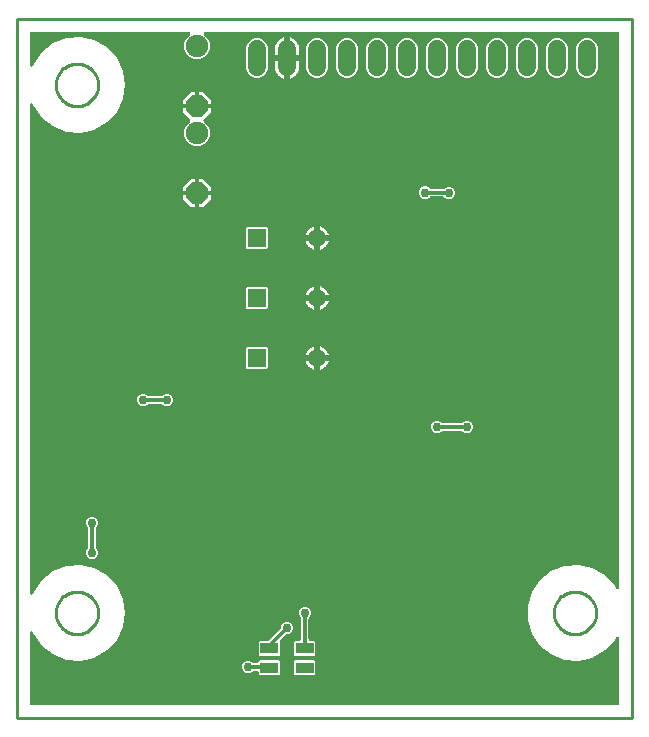
<source format=gbr>
G04 EAGLE Gerber RS-274X export*
G75*
%MOMM*%
%FSLAX34Y34*%
%LPD*%
%INBottom Copper*%
%IPPOS*%
%AMOC8*
5,1,8,0,0,1.08239X$1,22.5*%
G01*
%ADD10R,1.508000X1.508000*%
%ADD11C,1.508000*%
%ADD12R,1.500000X0.950000*%
%ADD13C,1.524000*%
%ADD14C,1.905000*%
%ADD15P,2.061953X8X292.500000*%
%ADD16C,0.756400*%
%ADD17C,0.330200*%
%ADD18C,0.254000*%

G36*
X533680Y10926D02*
X533680Y10926D01*
X533706Y10924D01*
X533853Y10946D01*
X534000Y10963D01*
X534025Y10971D01*
X534051Y10975D01*
X534189Y11030D01*
X534328Y11080D01*
X534350Y11094D01*
X534375Y11104D01*
X534496Y11189D01*
X534621Y11269D01*
X534639Y11288D01*
X534661Y11303D01*
X534760Y11413D01*
X534863Y11520D01*
X534877Y11542D01*
X534894Y11562D01*
X534966Y11692D01*
X535042Y11819D01*
X535050Y11844D01*
X535063Y11867D01*
X535103Y12010D01*
X535148Y12151D01*
X535150Y12177D01*
X535158Y12202D01*
X535177Y12446D01*
X535177Y67176D01*
X535176Y67183D01*
X535177Y67191D01*
X535156Y67357D01*
X535137Y67522D01*
X535135Y67529D01*
X535134Y67537D01*
X535076Y67693D01*
X535020Y67850D01*
X535016Y67857D01*
X535013Y67864D01*
X534922Y68002D01*
X534831Y68143D01*
X534825Y68148D01*
X534821Y68155D01*
X534701Y68269D01*
X534580Y68385D01*
X534574Y68389D01*
X534568Y68394D01*
X534424Y68478D01*
X534281Y68564D01*
X534274Y68566D01*
X534267Y68570D01*
X534108Y68619D01*
X533949Y68670D01*
X533942Y68671D01*
X533935Y68673D01*
X533767Y68685D01*
X533602Y68698D01*
X533594Y68697D01*
X533587Y68698D01*
X533421Y68671D01*
X533257Y68647D01*
X533250Y68644D01*
X533243Y68643D01*
X533089Y68580D01*
X532933Y68518D01*
X532927Y68514D01*
X532920Y68511D01*
X532784Y68414D01*
X532647Y68319D01*
X532642Y68313D01*
X532636Y68309D01*
X532525Y68184D01*
X532414Y68060D01*
X532410Y68054D01*
X532405Y68048D01*
X532282Y67837D01*
X531405Y66016D01*
X523168Y57139D01*
X512681Y51085D01*
X500876Y48390D01*
X488800Y49295D01*
X477528Y53719D01*
X468061Y61269D01*
X461239Y71274D01*
X457670Y82845D01*
X457670Y94955D01*
X461239Y106526D01*
X468061Y116531D01*
X477528Y124081D01*
X488800Y128505D01*
X500876Y129410D01*
X512681Y126715D01*
X523168Y120661D01*
X531405Y111784D01*
X532282Y109963D01*
X532286Y109957D01*
X532288Y109950D01*
X532379Y109808D01*
X532468Y109669D01*
X532473Y109663D01*
X532477Y109657D01*
X532598Y109540D01*
X532716Y109424D01*
X532722Y109420D01*
X532728Y109415D01*
X532871Y109329D01*
X533013Y109242D01*
X533021Y109240D01*
X533027Y109236D01*
X533185Y109185D01*
X533344Y109133D01*
X533352Y109132D01*
X533359Y109130D01*
X533525Y109116D01*
X533691Y109101D01*
X533699Y109102D01*
X533706Y109102D01*
X533871Y109126D01*
X534036Y109150D01*
X534043Y109152D01*
X534051Y109153D01*
X534206Y109215D01*
X534362Y109275D01*
X534368Y109279D01*
X534375Y109282D01*
X534512Y109377D01*
X534650Y109471D01*
X534655Y109477D01*
X534661Y109481D01*
X534773Y109605D01*
X534886Y109728D01*
X534889Y109734D01*
X534894Y109740D01*
X534976Y109887D01*
X535057Y110031D01*
X535059Y110038D01*
X535063Y110045D01*
X535109Y110207D01*
X535155Y110366D01*
X535156Y110373D01*
X535158Y110380D01*
X535177Y110624D01*
X535177Y579374D01*
X535174Y579400D01*
X535176Y579426D01*
X535154Y579573D01*
X535137Y579720D01*
X535129Y579745D01*
X535125Y579771D01*
X535070Y579909D01*
X535020Y580048D01*
X535006Y580070D01*
X534996Y580095D01*
X534911Y580216D01*
X534831Y580341D01*
X534812Y580359D01*
X534797Y580381D01*
X534687Y580480D01*
X534580Y580583D01*
X534558Y580597D01*
X534538Y580614D01*
X534408Y580686D01*
X534281Y580762D01*
X534256Y580770D01*
X534233Y580783D01*
X534090Y580823D01*
X533949Y580868D01*
X533923Y580870D01*
X533898Y580878D01*
X533654Y580897D01*
X185167Y580897D01*
X185067Y580886D01*
X184967Y580884D01*
X184894Y580866D01*
X184821Y580857D01*
X184726Y580824D01*
X184629Y580799D01*
X184563Y580765D01*
X184493Y580740D01*
X184408Y580685D01*
X184319Y580639D01*
X184262Y580591D01*
X184200Y580551D01*
X184130Y580479D01*
X184053Y580414D01*
X184009Y580354D01*
X183958Y580300D01*
X183906Y580214D01*
X183846Y580133D01*
X183817Y580065D01*
X183779Y580001D01*
X183748Y579905D01*
X183708Y579813D01*
X183695Y579740D01*
X183672Y579669D01*
X183664Y579569D01*
X183647Y579470D01*
X183650Y579396D01*
X183644Y579322D01*
X183659Y579222D01*
X183665Y579122D01*
X183685Y579051D01*
X183696Y578977D01*
X183733Y578884D01*
X183761Y578787D01*
X183797Y578722D01*
X183825Y578653D01*
X183882Y578571D01*
X183931Y578483D01*
X183996Y578406D01*
X184024Y578367D01*
X184050Y578343D01*
X184090Y578297D01*
X187167Y575219D01*
X188850Y571158D01*
X188850Y566762D01*
X187167Y562701D01*
X184059Y559593D01*
X179998Y557910D01*
X175602Y557910D01*
X171541Y559593D01*
X168433Y562701D01*
X166750Y566762D01*
X166750Y571158D01*
X168433Y575219D01*
X171510Y578297D01*
X171573Y578375D01*
X171642Y578448D01*
X171681Y578512D01*
X171727Y578570D01*
X171770Y578661D01*
X171821Y578747D01*
X171844Y578818D01*
X171876Y578885D01*
X171897Y578983D01*
X171928Y579079D01*
X171934Y579153D01*
X171949Y579226D01*
X171947Y579326D01*
X171956Y579426D01*
X171944Y579500D01*
X171943Y579574D01*
X171919Y579671D01*
X171904Y579771D01*
X171876Y579840D01*
X171858Y579912D01*
X171812Y580001D01*
X171775Y580095D01*
X171733Y580156D01*
X171699Y580222D01*
X171633Y580298D01*
X171576Y580381D01*
X171521Y580431D01*
X171473Y580487D01*
X171392Y580547D01*
X171317Y580614D01*
X171252Y580650D01*
X171192Y580695D01*
X171100Y580734D01*
X171012Y580783D01*
X170941Y580803D01*
X170872Y580833D01*
X170774Y580850D01*
X170677Y580878D01*
X170577Y580886D01*
X170529Y580894D01*
X170494Y580892D01*
X170433Y580897D01*
X37846Y580897D01*
X37820Y580894D01*
X37794Y580896D01*
X37647Y580874D01*
X37500Y580857D01*
X37475Y580849D01*
X37449Y580845D01*
X37311Y580790D01*
X37172Y580740D01*
X37150Y580726D01*
X37125Y580716D01*
X37004Y580631D01*
X36879Y580551D01*
X36861Y580532D01*
X36839Y580517D01*
X36740Y580407D01*
X36637Y580300D01*
X36623Y580278D01*
X36606Y580258D01*
X36534Y580128D01*
X36458Y580001D01*
X36450Y579976D01*
X36437Y579953D01*
X36397Y579810D01*
X36352Y579669D01*
X36350Y579643D01*
X36342Y579618D01*
X36323Y579374D01*
X36323Y553049D01*
X36337Y552929D01*
X36342Y552807D01*
X36357Y552756D01*
X36363Y552703D01*
X36403Y552589D01*
X36436Y552472D01*
X36462Y552425D01*
X36480Y552375D01*
X36546Y552273D01*
X36604Y552166D01*
X36640Y552127D01*
X36669Y552082D01*
X36756Y551998D01*
X36838Y551907D01*
X36881Y551877D01*
X36920Y551840D01*
X37024Y551777D01*
X37123Y551708D01*
X37173Y551688D01*
X37219Y551661D01*
X37334Y551624D01*
X37447Y551579D01*
X37500Y551571D01*
X37551Y551555D01*
X37672Y551545D01*
X37792Y551527D01*
X37845Y551531D01*
X37898Y551527D01*
X38018Y551545D01*
X38139Y551554D01*
X38190Y551570D01*
X38243Y551578D01*
X38356Y551623D01*
X38471Y551660D01*
X38517Y551687D01*
X38567Y551707D01*
X38666Y551776D01*
X38771Y551838D01*
X38809Y551876D01*
X38853Y551906D01*
X38934Y551996D01*
X39022Y552080D01*
X39051Y552125D01*
X39086Y552165D01*
X39145Y552271D01*
X39211Y552373D01*
X39236Y552436D01*
X39255Y552470D01*
X39267Y552515D01*
X39302Y552600D01*
X39599Y553566D01*
X46421Y563571D01*
X55888Y571121D01*
X67160Y575545D01*
X79236Y576450D01*
X91041Y573755D01*
X101528Y567701D01*
X109765Y558824D01*
X115019Y547914D01*
X116824Y535940D01*
X115019Y523966D01*
X109765Y513056D01*
X101528Y504179D01*
X91041Y498125D01*
X79236Y495430D01*
X67160Y496335D01*
X55888Y500759D01*
X46421Y508309D01*
X39599Y518314D01*
X39302Y519280D01*
X39253Y519391D01*
X39212Y519505D01*
X39183Y519550D01*
X39161Y519599D01*
X39089Y519696D01*
X39023Y519798D01*
X38984Y519835D01*
X38952Y519878D01*
X38860Y519956D01*
X38772Y520040D01*
X38726Y520068D01*
X38686Y520102D01*
X38577Y520157D01*
X38473Y520219D01*
X38422Y520235D01*
X38375Y520260D01*
X38257Y520288D01*
X38141Y520325D01*
X38088Y520330D01*
X38036Y520342D01*
X37915Y520344D01*
X37794Y520353D01*
X37741Y520345D01*
X37688Y520346D01*
X37569Y520320D01*
X37449Y520302D01*
X37399Y520282D01*
X37347Y520270D01*
X37238Y520218D01*
X37125Y520173D01*
X37081Y520142D01*
X37033Y520119D01*
X36939Y520043D01*
X36839Y519974D01*
X36803Y519934D01*
X36762Y519901D01*
X36687Y519805D01*
X36606Y519715D01*
X36580Y519668D01*
X36547Y519626D01*
X36496Y519517D01*
X36437Y519410D01*
X36423Y519359D01*
X36400Y519310D01*
X36375Y519192D01*
X36342Y519075D01*
X36337Y519007D01*
X36329Y518969D01*
X36330Y518923D01*
X36323Y518831D01*
X36323Y106009D01*
X36337Y105889D01*
X36342Y105767D01*
X36357Y105716D01*
X36363Y105663D01*
X36403Y105549D01*
X36436Y105432D01*
X36462Y105385D01*
X36480Y105335D01*
X36546Y105233D01*
X36604Y105126D01*
X36640Y105087D01*
X36669Y105042D01*
X36756Y104958D01*
X36838Y104867D01*
X36881Y104837D01*
X36920Y104800D01*
X37024Y104737D01*
X37123Y104668D01*
X37173Y104648D01*
X37219Y104621D01*
X37334Y104584D01*
X37447Y104539D01*
X37500Y104531D01*
X37551Y104515D01*
X37672Y104505D01*
X37792Y104487D01*
X37845Y104491D01*
X37898Y104487D01*
X38018Y104505D01*
X38139Y104514D01*
X38190Y104530D01*
X38243Y104538D01*
X38356Y104583D01*
X38471Y104620D01*
X38517Y104647D01*
X38567Y104667D01*
X38666Y104736D01*
X38771Y104799D01*
X38809Y104836D01*
X38853Y104866D01*
X38934Y104956D01*
X39022Y105040D01*
X39051Y105085D01*
X39086Y105125D01*
X39145Y105231D01*
X39211Y105333D01*
X39236Y105396D01*
X39255Y105430D01*
X39267Y105475D01*
X39302Y105560D01*
X39599Y106526D01*
X46421Y116531D01*
X55888Y124081D01*
X67160Y128505D01*
X79236Y129410D01*
X91041Y126715D01*
X101528Y120661D01*
X109765Y111784D01*
X115019Y100874D01*
X116824Y88900D01*
X115019Y76926D01*
X109765Y66016D01*
X101528Y57139D01*
X91041Y51085D01*
X79236Y48390D01*
X67160Y49295D01*
X55888Y53719D01*
X46421Y61269D01*
X39599Y71274D01*
X39302Y72240D01*
X39253Y72351D01*
X39212Y72465D01*
X39183Y72510D01*
X39161Y72559D01*
X39089Y72656D01*
X39023Y72758D01*
X38984Y72795D01*
X38952Y72838D01*
X38860Y72916D01*
X38772Y73000D01*
X38726Y73028D01*
X38685Y73062D01*
X38577Y73117D01*
X38473Y73179D01*
X38422Y73195D01*
X38375Y73220D01*
X38257Y73248D01*
X38141Y73285D01*
X38088Y73290D01*
X38036Y73302D01*
X37915Y73304D01*
X37794Y73313D01*
X37741Y73305D01*
X37688Y73306D01*
X37569Y73280D01*
X37449Y73262D01*
X37400Y73242D01*
X37347Y73230D01*
X37238Y73178D01*
X37125Y73133D01*
X37081Y73102D01*
X37033Y73079D01*
X36939Y73003D01*
X36839Y72934D01*
X36803Y72894D01*
X36762Y72861D01*
X36687Y72765D01*
X36606Y72675D01*
X36580Y72629D01*
X36547Y72586D01*
X36496Y72476D01*
X36437Y72370D01*
X36423Y72319D01*
X36400Y72270D01*
X36375Y72152D01*
X36342Y72035D01*
X36337Y71967D01*
X36329Y71929D01*
X36330Y71883D01*
X36323Y71791D01*
X36323Y12446D01*
X36326Y12420D01*
X36324Y12394D01*
X36346Y12247D01*
X36363Y12100D01*
X36371Y12075D01*
X36375Y12049D01*
X36430Y11911D01*
X36480Y11772D01*
X36494Y11750D01*
X36504Y11725D01*
X36589Y11604D01*
X36669Y11479D01*
X36688Y11461D01*
X36703Y11439D01*
X36813Y11340D01*
X36920Y11237D01*
X36942Y11223D01*
X36962Y11206D01*
X37092Y11134D01*
X37219Y11058D01*
X37244Y11050D01*
X37267Y11037D01*
X37410Y10997D01*
X37551Y10952D01*
X37577Y10950D01*
X37602Y10942D01*
X37846Y10923D01*
X533654Y10923D01*
X533680Y10926D01*
G37*
%LPC*%
G36*
X175602Y484250D02*
X175602Y484250D01*
X171541Y485933D01*
X168433Y489041D01*
X166750Y493102D01*
X166750Y497498D01*
X168433Y501559D01*
X171595Y504721D01*
X171601Y504724D01*
X171619Y504740D01*
X171640Y504752D01*
X171751Y504852D01*
X171866Y504950D01*
X171880Y504969D01*
X171898Y504986D01*
X171984Y505109D01*
X172073Y505230D01*
X172083Y505253D01*
X172096Y505272D01*
X172152Y505412D01*
X172211Y505550D01*
X172215Y505574D01*
X172224Y505596D01*
X172246Y505745D01*
X172273Y505893D01*
X172272Y505918D01*
X172275Y505941D01*
X172263Y506091D01*
X172255Y506242D01*
X172248Y506265D01*
X172246Y506289D01*
X172200Y506432D01*
X172158Y506576D01*
X172147Y506597D01*
X172139Y506620D01*
X172062Y506749D01*
X171988Y506881D01*
X171969Y506903D01*
X171960Y506919D01*
X171927Y506953D01*
X171830Y507067D01*
X165734Y513162D01*
X165734Y516129D01*
X177292Y516129D01*
X177318Y516132D01*
X177344Y516130D01*
X177491Y516152D01*
X177638Y516169D01*
X177663Y516177D01*
X177689Y516181D01*
X177796Y516224D01*
X177872Y516203D01*
X178013Y516158D01*
X178039Y516155D01*
X178064Y516148D01*
X178308Y516129D01*
X189866Y516129D01*
X189866Y513162D01*
X183770Y507067D01*
X183677Y506949D01*
X183580Y506834D01*
X183569Y506813D01*
X183554Y506794D01*
X183489Y506658D01*
X183421Y506524D01*
X183415Y506500D01*
X183405Y506479D01*
X183373Y506332D01*
X183337Y506185D01*
X183336Y506161D01*
X183331Y506138D01*
X183334Y505988D01*
X183332Y505837D01*
X183337Y505814D01*
X183337Y505790D01*
X183374Y505643D01*
X183406Y505497D01*
X183417Y505475D01*
X183422Y505452D01*
X183491Y505318D01*
X183556Y505182D01*
X183571Y505163D01*
X183582Y505142D01*
X183680Y505027D01*
X183773Y504909D01*
X183792Y504895D01*
X183808Y504876D01*
X183929Y504787D01*
X183980Y504746D01*
X187167Y501559D01*
X188850Y497498D01*
X188850Y493102D01*
X187167Y489041D01*
X184059Y485933D01*
X179998Y484250D01*
X175602Y484250D01*
G37*
%LPD*%
%LPC*%
G36*
X277581Y542035D02*
X277581Y542035D01*
X274220Y543428D01*
X271648Y546000D01*
X270255Y549361D01*
X270255Y568239D01*
X271648Y571600D01*
X274220Y574172D01*
X277581Y575565D01*
X281219Y575565D01*
X284580Y574172D01*
X287152Y571600D01*
X288545Y568239D01*
X288545Y549361D01*
X287152Y546000D01*
X284580Y543428D01*
X281219Y542035D01*
X277581Y542035D01*
G37*
%LPD*%
%LPC*%
G36*
X480781Y542035D02*
X480781Y542035D01*
X477420Y543428D01*
X474848Y546000D01*
X473455Y549361D01*
X473455Y568239D01*
X474848Y571600D01*
X477420Y574172D01*
X480781Y575565D01*
X484419Y575565D01*
X487780Y574172D01*
X490352Y571600D01*
X491745Y568239D01*
X491745Y549361D01*
X490352Y546000D01*
X487780Y543428D01*
X484419Y542035D01*
X480781Y542035D01*
G37*
%LPD*%
%LPC*%
G36*
X226781Y542035D02*
X226781Y542035D01*
X223420Y543428D01*
X220848Y546000D01*
X219455Y549361D01*
X219455Y568239D01*
X220848Y571600D01*
X223420Y574172D01*
X226781Y575565D01*
X230419Y575565D01*
X233780Y574172D01*
X236352Y571600D01*
X237745Y568239D01*
X237745Y549361D01*
X236352Y546000D01*
X233780Y543428D01*
X230419Y542035D01*
X226781Y542035D01*
G37*
%LPD*%
%LPC*%
G36*
X506181Y542035D02*
X506181Y542035D01*
X502820Y543428D01*
X500248Y546000D01*
X498855Y549361D01*
X498855Y568239D01*
X500248Y571600D01*
X502820Y574172D01*
X506181Y575565D01*
X509819Y575565D01*
X513180Y574172D01*
X515752Y571600D01*
X517145Y568239D01*
X517145Y549361D01*
X515752Y546000D01*
X513180Y543428D01*
X509819Y542035D01*
X506181Y542035D01*
G37*
%LPD*%
%LPC*%
G36*
X455381Y542035D02*
X455381Y542035D01*
X452020Y543428D01*
X449448Y546000D01*
X448055Y549361D01*
X448055Y568239D01*
X449448Y571600D01*
X452020Y574172D01*
X455381Y575565D01*
X459019Y575565D01*
X462380Y574172D01*
X464952Y571600D01*
X466345Y568239D01*
X466345Y549361D01*
X464952Y546000D01*
X462380Y543428D01*
X459019Y542035D01*
X455381Y542035D01*
G37*
%LPD*%
%LPC*%
G36*
X429981Y542035D02*
X429981Y542035D01*
X426620Y543428D01*
X424048Y546000D01*
X422655Y549361D01*
X422655Y568239D01*
X424048Y571600D01*
X426620Y574172D01*
X429981Y575565D01*
X433619Y575565D01*
X436980Y574172D01*
X439552Y571600D01*
X440945Y568239D01*
X440945Y549361D01*
X439552Y546000D01*
X436980Y543428D01*
X433619Y542035D01*
X429981Y542035D01*
G37*
%LPD*%
%LPC*%
G36*
X404581Y542035D02*
X404581Y542035D01*
X401220Y543428D01*
X398648Y546000D01*
X397255Y549361D01*
X397255Y568239D01*
X398648Y571600D01*
X401220Y574172D01*
X404581Y575565D01*
X408219Y575565D01*
X411580Y574172D01*
X414152Y571600D01*
X415545Y568239D01*
X415545Y549361D01*
X414152Y546000D01*
X411580Y543428D01*
X408219Y542035D01*
X404581Y542035D01*
G37*
%LPD*%
%LPC*%
G36*
X379181Y542035D02*
X379181Y542035D01*
X375820Y543428D01*
X373248Y546000D01*
X371855Y549361D01*
X371855Y568239D01*
X373248Y571600D01*
X375820Y574172D01*
X379181Y575565D01*
X382819Y575565D01*
X386180Y574172D01*
X388752Y571600D01*
X390145Y568239D01*
X390145Y549361D01*
X388752Y546000D01*
X386180Y543428D01*
X382819Y542035D01*
X379181Y542035D01*
G37*
%LPD*%
%LPC*%
G36*
X353781Y542035D02*
X353781Y542035D01*
X350420Y543428D01*
X347848Y546000D01*
X346455Y549361D01*
X346455Y568239D01*
X347848Y571600D01*
X350420Y574172D01*
X353781Y575565D01*
X357419Y575565D01*
X360780Y574172D01*
X363352Y571600D01*
X364745Y568239D01*
X364745Y549361D01*
X363352Y546000D01*
X360780Y543428D01*
X357419Y542035D01*
X353781Y542035D01*
G37*
%LPD*%
%LPC*%
G36*
X328381Y542035D02*
X328381Y542035D01*
X325020Y543428D01*
X322448Y546000D01*
X321055Y549361D01*
X321055Y568239D01*
X322448Y571600D01*
X325020Y574172D01*
X328381Y575565D01*
X332019Y575565D01*
X335380Y574172D01*
X337952Y571600D01*
X339345Y568239D01*
X339345Y549361D01*
X337952Y546000D01*
X335380Y543428D01*
X332019Y542035D01*
X328381Y542035D01*
G37*
%LPD*%
%LPC*%
G36*
X302981Y542035D02*
X302981Y542035D01*
X299620Y543428D01*
X297048Y546000D01*
X295655Y549361D01*
X295655Y568239D01*
X297048Y571600D01*
X299620Y574172D01*
X302981Y575565D01*
X306619Y575565D01*
X309980Y574172D01*
X312552Y571600D01*
X313945Y568239D01*
X313945Y549361D01*
X312552Y546000D01*
X309980Y543428D01*
X306619Y542035D01*
X302981Y542035D01*
G37*
%LPD*%
%LPC*%
G36*
X260898Y52775D02*
X260898Y52775D01*
X260005Y53668D01*
X260005Y64432D01*
X260898Y65325D01*
X264331Y65325D01*
X264357Y65328D01*
X264383Y65326D01*
X264530Y65348D01*
X264677Y65365D01*
X264702Y65373D01*
X264728Y65377D01*
X264866Y65432D01*
X265005Y65482D01*
X265027Y65496D01*
X265052Y65506D01*
X265173Y65591D01*
X265298Y65671D01*
X265316Y65690D01*
X265338Y65705D01*
X265437Y65815D01*
X265540Y65922D01*
X265554Y65944D01*
X265571Y65964D01*
X265643Y66094D01*
X265719Y66221D01*
X265727Y66246D01*
X265740Y66269D01*
X265780Y66412D01*
X265825Y66553D01*
X265827Y66579D01*
X265835Y66604D01*
X265854Y66848D01*
X265854Y84150D01*
X265840Y84276D01*
X265833Y84402D01*
X265820Y84448D01*
X265814Y84496D01*
X265772Y84615D01*
X265737Y84737D01*
X265713Y84779D01*
X265697Y84824D01*
X265628Y84930D01*
X265567Y85041D01*
X265527Y85087D01*
X265508Y85117D01*
X265473Y85151D01*
X265408Y85227D01*
X264741Y85894D01*
X263933Y87844D01*
X263933Y89956D01*
X264741Y91906D01*
X266234Y93399D01*
X268184Y94207D01*
X270296Y94207D01*
X272246Y93399D01*
X273739Y91906D01*
X274547Y89956D01*
X274547Y87844D01*
X273739Y85894D01*
X272652Y84807D01*
X272573Y84708D01*
X272489Y84614D01*
X272465Y84572D01*
X272435Y84534D01*
X272381Y84420D01*
X272320Y84309D01*
X272307Y84263D01*
X272286Y84219D01*
X272260Y84096D01*
X272225Y83974D01*
X272220Y83913D01*
X272213Y83878D01*
X272214Y83830D01*
X272206Y83730D01*
X272206Y66848D01*
X272209Y66822D01*
X272207Y66796D01*
X272229Y66649D01*
X272246Y66502D01*
X272254Y66477D01*
X272258Y66451D01*
X272313Y66313D01*
X272363Y66174D01*
X272377Y66152D01*
X272387Y66127D01*
X272472Y66006D01*
X272552Y65881D01*
X272571Y65863D01*
X272586Y65841D01*
X272696Y65742D01*
X272803Y65639D01*
X272825Y65625D01*
X272845Y65608D01*
X272975Y65536D01*
X273102Y65460D01*
X273127Y65452D01*
X273150Y65439D01*
X273293Y65399D01*
X273434Y65354D01*
X273460Y65352D01*
X273485Y65344D01*
X273729Y65325D01*
X277162Y65325D01*
X278055Y64432D01*
X278055Y53668D01*
X277162Y52775D01*
X260898Y52775D01*
G37*
%LPD*%
%LPC*%
G36*
X230898Y52775D02*
X230898Y52775D01*
X230005Y53668D01*
X230005Y64432D01*
X230898Y65325D01*
X238003Y65325D01*
X238128Y65339D01*
X238254Y65346D01*
X238301Y65359D01*
X238349Y65365D01*
X238468Y65407D01*
X238589Y65442D01*
X238631Y65466D01*
X238677Y65482D01*
X238783Y65551D01*
X238893Y65612D01*
X238940Y65652D01*
X238970Y65671D01*
X239003Y65706D01*
X239080Y65771D01*
X248247Y74938D01*
X248326Y75037D01*
X248410Y75131D01*
X248434Y75173D01*
X248464Y75211D01*
X248518Y75325D01*
X248579Y75436D01*
X248592Y75483D01*
X248613Y75526D01*
X248639Y75650D01*
X248674Y75772D01*
X248679Y75832D01*
X248686Y75867D01*
X248685Y75915D01*
X248693Y76015D01*
X248693Y77256D01*
X249501Y79206D01*
X250994Y80699D01*
X252944Y81507D01*
X255056Y81507D01*
X257006Y80699D01*
X258499Y79206D01*
X259307Y77256D01*
X259307Y75144D01*
X258499Y73194D01*
X257006Y71701D01*
X255056Y70893D01*
X253815Y70893D01*
X253690Y70879D01*
X253564Y70872D01*
X253517Y70859D01*
X253469Y70853D01*
X253350Y70811D01*
X253229Y70776D01*
X253187Y70752D01*
X253141Y70736D01*
X253035Y70667D01*
X252925Y70606D01*
X252878Y70566D01*
X252848Y70547D01*
X252815Y70512D01*
X252738Y70447D01*
X248466Y66175D01*
X248449Y66154D01*
X248429Y66137D01*
X248341Y66017D01*
X248249Y65902D01*
X248238Y65878D01*
X248222Y65856D01*
X248163Y65720D01*
X248100Y65587D01*
X248095Y65561D01*
X248084Y65536D01*
X248058Y65389D01*
X248027Y65246D01*
X248027Y65219D01*
X248023Y65193D01*
X248030Y65045D01*
X248033Y64897D01*
X248039Y64872D01*
X248041Y64845D01*
X248055Y64797D01*
X248055Y53668D01*
X247162Y52775D01*
X230898Y52775D01*
G37*
%LPD*%
%LPC*%
G36*
X230898Y36275D02*
X230898Y36275D01*
X230005Y37168D01*
X230005Y38481D01*
X230002Y38507D01*
X230004Y38533D01*
X229982Y38680D01*
X229965Y38827D01*
X229957Y38852D01*
X229953Y38878D01*
X229898Y39016D01*
X229848Y39155D01*
X229834Y39177D01*
X229824Y39202D01*
X229739Y39323D01*
X229659Y39448D01*
X229640Y39466D01*
X229625Y39488D01*
X229515Y39587D01*
X229408Y39690D01*
X229386Y39704D01*
X229366Y39721D01*
X229236Y39793D01*
X229109Y39869D01*
X229084Y39877D01*
X229061Y39890D01*
X228918Y39930D01*
X228777Y39975D01*
X228751Y39977D01*
X228726Y39985D01*
X228482Y40004D01*
X225940Y40004D01*
X225814Y39990D01*
X225688Y39983D01*
X225642Y39970D01*
X225594Y39964D01*
X225475Y39922D01*
X225353Y39887D01*
X225311Y39863D01*
X225266Y39847D01*
X225160Y39778D01*
X225049Y39717D01*
X225003Y39677D01*
X224973Y39658D01*
X224939Y39623D01*
X224863Y39558D01*
X223986Y38681D01*
X222036Y37873D01*
X219924Y37873D01*
X217974Y38681D01*
X216481Y40174D01*
X215673Y42124D01*
X215673Y44236D01*
X216481Y46186D01*
X217974Y47679D01*
X219924Y48487D01*
X222036Y48487D01*
X223986Y47679D01*
X224863Y46802D01*
X224962Y46723D01*
X225056Y46639D01*
X225098Y46615D01*
X225136Y46585D01*
X225250Y46531D01*
X225361Y46470D01*
X225407Y46457D01*
X225451Y46436D01*
X225574Y46410D01*
X225696Y46375D01*
X225757Y46370D01*
X225792Y46363D01*
X225840Y46364D01*
X225940Y46356D01*
X228482Y46356D01*
X228508Y46359D01*
X228534Y46357D01*
X228681Y46379D01*
X228828Y46396D01*
X228853Y46404D01*
X228879Y46408D01*
X229017Y46463D01*
X229156Y46513D01*
X229178Y46527D01*
X229203Y46537D01*
X229324Y46622D01*
X229449Y46702D01*
X229467Y46721D01*
X229489Y46736D01*
X229588Y46846D01*
X229691Y46953D01*
X229705Y46975D01*
X229722Y46995D01*
X229794Y47125D01*
X229870Y47252D01*
X229878Y47277D01*
X229891Y47300D01*
X229931Y47443D01*
X229976Y47584D01*
X229978Y47610D01*
X229986Y47635D01*
X230005Y47879D01*
X230005Y47932D01*
X230898Y48825D01*
X247162Y48825D01*
X248055Y47932D01*
X248055Y37168D01*
X247162Y36275D01*
X230898Y36275D01*
G37*
%LPD*%
%LPC*%
G36*
X220328Y295735D02*
X220328Y295735D01*
X219435Y296628D01*
X219435Y312972D01*
X220328Y313865D01*
X236672Y313865D01*
X237565Y312972D01*
X237565Y296628D01*
X236672Y295735D01*
X220328Y295735D01*
G37*
%LPD*%
%LPC*%
G36*
X220328Y346535D02*
X220328Y346535D01*
X219435Y347428D01*
X219435Y363772D01*
X220328Y364665D01*
X236672Y364665D01*
X237565Y363772D01*
X237565Y347428D01*
X236672Y346535D01*
X220328Y346535D01*
G37*
%LPD*%
%LPC*%
G36*
X220328Y397335D02*
X220328Y397335D01*
X219435Y398228D01*
X219435Y414572D01*
X220328Y415465D01*
X236672Y415465D01*
X237565Y414572D01*
X237565Y398228D01*
X236672Y397335D01*
X220328Y397335D01*
G37*
%LPD*%
%LPC*%
G36*
X379944Y241073D02*
X379944Y241073D01*
X377994Y241881D01*
X376501Y243374D01*
X375693Y245324D01*
X375693Y247436D01*
X376501Y249386D01*
X377994Y250879D01*
X379944Y251687D01*
X382056Y251687D01*
X384006Y250879D01*
X384883Y250002D01*
X384982Y249923D01*
X385076Y249839D01*
X385118Y249815D01*
X385156Y249785D01*
X385270Y249731D01*
X385381Y249670D01*
X385427Y249657D01*
X385471Y249636D01*
X385594Y249610D01*
X385716Y249575D01*
X385777Y249570D01*
X385812Y249563D01*
X385860Y249564D01*
X385960Y249556D01*
X401440Y249556D01*
X401566Y249570D01*
X401692Y249577D01*
X401738Y249590D01*
X401786Y249596D01*
X401905Y249638D01*
X402027Y249673D01*
X402069Y249697D01*
X402114Y249713D01*
X402220Y249782D01*
X402331Y249843D01*
X402377Y249883D01*
X402407Y249902D01*
X402441Y249937D01*
X402517Y250002D01*
X403394Y250879D01*
X405344Y251687D01*
X407456Y251687D01*
X409406Y250879D01*
X410899Y249386D01*
X411707Y247436D01*
X411707Y245324D01*
X410899Y243374D01*
X409406Y241881D01*
X407456Y241073D01*
X405344Y241073D01*
X403394Y241881D01*
X402517Y242758D01*
X402418Y242837D01*
X402324Y242921D01*
X402282Y242945D01*
X402244Y242975D01*
X402130Y243029D01*
X402019Y243090D01*
X401973Y243103D01*
X401929Y243124D01*
X401806Y243150D01*
X401684Y243185D01*
X401623Y243190D01*
X401588Y243197D01*
X401540Y243196D01*
X401440Y243204D01*
X385960Y243204D01*
X385834Y243190D01*
X385708Y243183D01*
X385662Y243170D01*
X385614Y243164D01*
X385495Y243122D01*
X385373Y243087D01*
X385331Y243063D01*
X385286Y243047D01*
X385180Y242978D01*
X385069Y242917D01*
X385023Y242877D01*
X384993Y242858D01*
X384959Y242823D01*
X384883Y242758D01*
X384006Y241881D01*
X382056Y241073D01*
X379944Y241073D01*
G37*
%LPD*%
%LPC*%
G36*
X87844Y134393D02*
X87844Y134393D01*
X85894Y135201D01*
X84401Y136694D01*
X83593Y138644D01*
X83593Y140756D01*
X84401Y142706D01*
X85278Y143583D01*
X85357Y143682D01*
X85441Y143776D01*
X85465Y143818D01*
X85495Y143856D01*
X85549Y143970D01*
X85610Y144081D01*
X85623Y144127D01*
X85644Y144171D01*
X85670Y144294D01*
X85705Y144416D01*
X85710Y144477D01*
X85717Y144512D01*
X85716Y144560D01*
X85724Y144660D01*
X85724Y160140D01*
X85710Y160266D01*
X85703Y160392D01*
X85690Y160438D01*
X85684Y160486D01*
X85642Y160605D01*
X85607Y160727D01*
X85583Y160769D01*
X85567Y160814D01*
X85498Y160920D01*
X85437Y161031D01*
X85397Y161077D01*
X85378Y161107D01*
X85343Y161141D01*
X85278Y161217D01*
X84401Y162094D01*
X83593Y164044D01*
X83593Y166156D01*
X84401Y168106D01*
X85894Y169599D01*
X87844Y170407D01*
X89956Y170407D01*
X91906Y169599D01*
X93399Y168106D01*
X94207Y166156D01*
X94207Y164044D01*
X93399Y162094D01*
X92522Y161217D01*
X92443Y161118D01*
X92359Y161024D01*
X92335Y160982D01*
X92305Y160944D01*
X92251Y160830D01*
X92190Y160719D01*
X92177Y160673D01*
X92156Y160629D01*
X92130Y160506D01*
X92095Y160384D01*
X92090Y160323D01*
X92083Y160288D01*
X92084Y160240D01*
X92076Y160140D01*
X92076Y144660D01*
X92090Y144534D01*
X92097Y144408D01*
X92110Y144362D01*
X92116Y144314D01*
X92158Y144195D01*
X92193Y144073D01*
X92217Y144031D01*
X92233Y143986D01*
X92302Y143880D01*
X92363Y143769D01*
X92403Y143723D01*
X92422Y143693D01*
X92457Y143659D01*
X92522Y143583D01*
X93399Y142706D01*
X94207Y140756D01*
X94207Y138644D01*
X93399Y136694D01*
X91906Y135201D01*
X89956Y134393D01*
X87844Y134393D01*
G37*
%LPD*%
%LPC*%
G36*
X390104Y439193D02*
X390104Y439193D01*
X388154Y440001D01*
X386995Y441160D01*
X386896Y441239D01*
X386802Y441323D01*
X386760Y441347D01*
X386722Y441377D01*
X386608Y441431D01*
X386497Y441492D01*
X386451Y441505D01*
X386407Y441526D01*
X386284Y441552D01*
X386162Y441587D01*
X386101Y441592D01*
X386066Y441599D01*
X386018Y441598D01*
X385918Y441606D01*
X375800Y441606D01*
X375674Y441592D01*
X375548Y441585D01*
X375502Y441572D01*
X375454Y441566D01*
X375335Y441524D01*
X375213Y441489D01*
X375171Y441465D01*
X375126Y441449D01*
X375020Y441380D01*
X374909Y441319D01*
X374863Y441279D01*
X374833Y441260D01*
X374799Y441225D01*
X374723Y441160D01*
X373846Y440283D01*
X371896Y439475D01*
X369784Y439475D01*
X367834Y440283D01*
X366341Y441776D01*
X365533Y443726D01*
X365533Y445838D01*
X366341Y447788D01*
X367834Y449281D01*
X369784Y450089D01*
X371896Y450089D01*
X373846Y449281D01*
X374723Y448404D01*
X374822Y448325D01*
X374916Y448241D01*
X374958Y448217D01*
X374996Y448187D01*
X375110Y448133D01*
X375221Y448072D01*
X375267Y448059D01*
X375311Y448038D01*
X375434Y448012D01*
X375556Y447977D01*
X375617Y447972D01*
X375652Y447965D01*
X375700Y447966D01*
X375800Y447958D01*
X386482Y447958D01*
X386608Y447972D01*
X386734Y447979D01*
X386780Y447992D01*
X386828Y447998D01*
X386947Y448040D01*
X387069Y448075D01*
X387111Y448099D01*
X387156Y448115D01*
X387262Y448184D01*
X387373Y448245D01*
X387419Y448285D01*
X387449Y448304D01*
X387483Y448339D01*
X387559Y448404D01*
X388154Y448999D01*
X390104Y449807D01*
X392216Y449807D01*
X394166Y448999D01*
X395659Y447506D01*
X396467Y445556D01*
X396467Y443444D01*
X395659Y441494D01*
X394166Y440001D01*
X392216Y439193D01*
X390104Y439193D01*
G37*
%LPD*%
%LPC*%
G36*
X131024Y263933D02*
X131024Y263933D01*
X129074Y264741D01*
X127581Y266234D01*
X126773Y268184D01*
X126773Y270296D01*
X127581Y272246D01*
X129074Y273739D01*
X131024Y274547D01*
X133136Y274547D01*
X135086Y273739D01*
X135963Y272862D01*
X136062Y272783D01*
X136156Y272699D01*
X136198Y272675D01*
X136236Y272645D01*
X136350Y272591D01*
X136461Y272530D01*
X136507Y272517D01*
X136551Y272496D01*
X136674Y272470D01*
X136796Y272435D01*
X136857Y272430D01*
X136892Y272423D01*
X136940Y272424D01*
X137040Y272416D01*
X147440Y272416D01*
X147566Y272430D01*
X147692Y272437D01*
X147738Y272450D01*
X147786Y272456D01*
X147905Y272498D01*
X148027Y272533D01*
X148069Y272557D01*
X148114Y272573D01*
X148220Y272642D01*
X148331Y272703D01*
X148377Y272743D01*
X148407Y272762D01*
X148441Y272797D01*
X148517Y272862D01*
X149394Y273739D01*
X151344Y274547D01*
X153456Y274547D01*
X155406Y273739D01*
X156899Y272246D01*
X157707Y270296D01*
X157707Y268184D01*
X156899Y266234D01*
X155406Y264741D01*
X153456Y263933D01*
X151344Y263933D01*
X149394Y264741D01*
X148517Y265618D01*
X148418Y265697D01*
X148324Y265781D01*
X148282Y265805D01*
X148244Y265835D01*
X148130Y265889D01*
X148019Y265950D01*
X147973Y265963D01*
X147929Y265984D01*
X147806Y266010D01*
X147684Y266045D01*
X147623Y266050D01*
X147588Y266057D01*
X147540Y266056D01*
X147440Y266064D01*
X137040Y266064D01*
X136914Y266050D01*
X136788Y266043D01*
X136742Y266030D01*
X136694Y266024D01*
X136575Y265982D01*
X136453Y265947D01*
X136411Y265923D01*
X136366Y265907D01*
X136260Y265838D01*
X136149Y265777D01*
X136103Y265737D01*
X136073Y265718D01*
X136039Y265683D01*
X135963Y265618D01*
X135086Y264741D01*
X133136Y263933D01*
X131024Y263933D01*
G37*
%LPD*%
%LPC*%
G36*
X260898Y36275D02*
X260898Y36275D01*
X260005Y37168D01*
X260005Y47932D01*
X260898Y48825D01*
X277162Y48825D01*
X278055Y47932D01*
X278055Y37168D01*
X277162Y36275D01*
X260898Y36275D01*
G37*
%LPD*%
%LPC*%
G36*
X256539Y561339D02*
X256539Y561339D01*
X256539Y576279D01*
X257900Y575836D01*
X259325Y575110D01*
X260619Y574170D01*
X261750Y573039D01*
X262690Y571745D01*
X263416Y570320D01*
X263911Y568799D01*
X264161Y567220D01*
X264161Y561339D01*
X256539Y561339D01*
G37*
%LPD*%
%LPC*%
G36*
X256539Y556261D02*
X256539Y556261D01*
X264161Y556261D01*
X264161Y550380D01*
X263911Y548801D01*
X263416Y547280D01*
X262690Y545855D01*
X261750Y544561D01*
X260619Y543430D01*
X259325Y542490D01*
X257900Y541764D01*
X256539Y541321D01*
X256539Y556261D01*
G37*
%LPD*%
%LPC*%
G36*
X243839Y561339D02*
X243839Y561339D01*
X243839Y567220D01*
X244089Y568799D01*
X244584Y570320D01*
X245310Y571745D01*
X246250Y573039D01*
X247381Y574170D01*
X248675Y575110D01*
X250100Y575836D01*
X251461Y576279D01*
X251461Y561339D01*
X243839Y561339D01*
G37*
%LPD*%
%LPC*%
G36*
X250100Y541764D02*
X250100Y541764D01*
X248675Y542490D01*
X247381Y543430D01*
X246250Y544561D01*
X245310Y545855D01*
X244584Y547280D01*
X244089Y548801D01*
X243839Y550380D01*
X243839Y556261D01*
X251461Y556261D01*
X251461Y541321D01*
X250100Y541764D01*
G37*
%LPD*%
%LPC*%
G36*
X179831Y446531D02*
X179831Y446531D01*
X179831Y456566D01*
X182798Y456566D01*
X189866Y449498D01*
X189866Y446531D01*
X179831Y446531D01*
G37*
%LPD*%
%LPC*%
G36*
X179831Y520191D02*
X179831Y520191D01*
X179831Y530226D01*
X182798Y530226D01*
X189866Y523158D01*
X189866Y520191D01*
X179831Y520191D01*
G37*
%LPD*%
%LPC*%
G36*
X179831Y432434D02*
X179831Y432434D01*
X179831Y442469D01*
X189866Y442469D01*
X189866Y439502D01*
X182798Y432434D01*
X179831Y432434D01*
G37*
%LPD*%
%LPC*%
G36*
X165734Y446531D02*
X165734Y446531D01*
X165734Y449498D01*
X172802Y456566D01*
X175769Y456566D01*
X175769Y446531D01*
X165734Y446531D01*
G37*
%LPD*%
%LPC*%
G36*
X165734Y520191D02*
X165734Y520191D01*
X165734Y523158D01*
X172802Y530226D01*
X175769Y530226D01*
X175769Y520191D01*
X165734Y520191D01*
G37*
%LPD*%
%LPC*%
G36*
X172802Y432434D02*
X172802Y432434D01*
X165734Y439502D01*
X165734Y442469D01*
X175769Y442469D01*
X175769Y432434D01*
X172802Y432434D01*
G37*
%LPD*%
%LPC*%
G36*
X281999Y358099D02*
X281999Y358099D01*
X281999Y365387D01*
X283370Y364942D01*
X284783Y364222D01*
X286067Y363289D01*
X287189Y362167D01*
X288122Y360883D01*
X288842Y359470D01*
X289287Y358099D01*
X281999Y358099D01*
G37*
%LPD*%
%LPC*%
G36*
X281999Y307299D02*
X281999Y307299D01*
X281999Y314587D01*
X283370Y314142D01*
X284783Y313422D01*
X286067Y312489D01*
X287189Y311367D01*
X288122Y310083D01*
X288842Y308670D01*
X289287Y307299D01*
X281999Y307299D01*
G37*
%LPD*%
%LPC*%
G36*
X281999Y408899D02*
X281999Y408899D01*
X281999Y416187D01*
X283370Y415742D01*
X284783Y415022D01*
X286067Y414089D01*
X287189Y412967D01*
X288122Y411683D01*
X288842Y410270D01*
X289287Y408899D01*
X281999Y408899D01*
G37*
%LPD*%
%LPC*%
G36*
X269713Y408899D02*
X269713Y408899D01*
X270158Y410270D01*
X270878Y411683D01*
X271811Y412967D01*
X272933Y414089D01*
X274217Y415022D01*
X275630Y415742D01*
X277001Y416187D01*
X277001Y408899D01*
X269713Y408899D01*
G37*
%LPD*%
%LPC*%
G36*
X281999Y403901D02*
X281999Y403901D01*
X289287Y403901D01*
X288842Y402530D01*
X288122Y401117D01*
X287189Y399833D01*
X286067Y398711D01*
X284783Y397778D01*
X283370Y397058D01*
X281999Y396613D01*
X281999Y403901D01*
G37*
%LPD*%
%LPC*%
G36*
X269713Y358099D02*
X269713Y358099D01*
X270158Y359470D01*
X270878Y360883D01*
X271811Y362167D01*
X272933Y363289D01*
X274217Y364222D01*
X275630Y364942D01*
X277001Y365387D01*
X277001Y358099D01*
X269713Y358099D01*
G37*
%LPD*%
%LPC*%
G36*
X281999Y353101D02*
X281999Y353101D01*
X289287Y353101D01*
X288842Y351730D01*
X288122Y350317D01*
X287189Y349033D01*
X286067Y347911D01*
X284783Y346978D01*
X283370Y346258D01*
X281999Y345813D01*
X281999Y353101D01*
G37*
%LPD*%
%LPC*%
G36*
X281999Y302301D02*
X281999Y302301D01*
X289287Y302301D01*
X288842Y300930D01*
X288122Y299517D01*
X287189Y298233D01*
X286067Y297111D01*
X284783Y296178D01*
X283370Y295458D01*
X281999Y295013D01*
X281999Y302301D01*
G37*
%LPD*%
%LPC*%
G36*
X269713Y307299D02*
X269713Y307299D01*
X270158Y308670D01*
X270878Y310083D01*
X271811Y311367D01*
X272933Y312489D01*
X274217Y313422D01*
X275630Y314142D01*
X277001Y314587D01*
X277001Y307299D01*
X269713Y307299D01*
G37*
%LPD*%
%LPC*%
G36*
X275630Y397058D02*
X275630Y397058D01*
X274217Y397778D01*
X272933Y398711D01*
X271811Y399833D01*
X270878Y401117D01*
X270158Y402530D01*
X269713Y403901D01*
X277001Y403901D01*
X277001Y396613D01*
X275630Y397058D01*
G37*
%LPD*%
%LPC*%
G36*
X275630Y346258D02*
X275630Y346258D01*
X274217Y346978D01*
X272933Y347911D01*
X271811Y349033D01*
X270878Y350317D01*
X270158Y351730D01*
X269713Y353101D01*
X277001Y353101D01*
X277001Y345813D01*
X275630Y346258D01*
G37*
%LPD*%
%LPC*%
G36*
X275630Y295458D02*
X275630Y295458D01*
X274217Y296178D01*
X272933Y297111D01*
X271811Y298233D01*
X270878Y299517D01*
X270158Y300930D01*
X269713Y302301D01*
X277001Y302301D01*
X277001Y295013D01*
X275630Y295458D01*
G37*
%LPD*%
D10*
X228500Y304800D03*
D11*
X279500Y304800D03*
D10*
X228500Y355600D03*
D11*
X279500Y355600D03*
D10*
X228500Y406400D03*
D11*
X279500Y406400D03*
D12*
X269030Y42550D03*
X239030Y42550D03*
X269030Y59050D03*
X239030Y59050D03*
D13*
X228600Y551180D02*
X228600Y566420D01*
X254000Y566420D02*
X254000Y551180D01*
X279400Y551180D02*
X279400Y566420D01*
X304800Y566420D02*
X304800Y551180D01*
X330200Y551180D02*
X330200Y566420D01*
X355600Y566420D02*
X355600Y551180D01*
X381000Y551180D02*
X381000Y566420D01*
X406400Y566420D02*
X406400Y551180D01*
X431800Y551180D02*
X431800Y566420D01*
X457200Y566420D02*
X457200Y551180D01*
X482600Y551180D02*
X482600Y566420D01*
X508000Y566420D02*
X508000Y551180D01*
D14*
X177800Y568960D03*
D15*
X177800Y518160D03*
D14*
X177800Y495300D03*
D15*
X177800Y444500D03*
D16*
X88900Y139700D03*
D17*
X88900Y165100D01*
D16*
X88900Y165100D03*
D17*
X269030Y88690D02*
X269030Y59050D01*
X269030Y88690D02*
X269240Y88900D01*
D16*
X269240Y88900D03*
X152400Y269240D03*
D17*
X132080Y269240D01*
D16*
X132080Y269240D03*
X370840Y444782D03*
D17*
X390878Y444782D01*
X391160Y444500D01*
D16*
X391160Y444500D03*
X381000Y246380D03*
D17*
X406400Y246380D01*
D16*
X406400Y246380D03*
X254000Y76200D03*
D17*
X239030Y61230D01*
X239030Y59050D01*
D16*
X220980Y43180D03*
D17*
X238400Y43180D01*
X239030Y42550D01*
D18*
X25400Y0D02*
X546100Y0D01*
X546100Y591820D01*
X25400Y591820D01*
X25400Y0D01*
X515840Y88311D02*
X515763Y87135D01*
X515609Y85966D01*
X515379Y84810D01*
X515074Y83672D01*
X514695Y82556D01*
X514244Y81467D01*
X513723Y80410D01*
X513134Y79390D01*
X512479Y78410D01*
X511762Y77475D01*
X510985Y76589D01*
X510151Y75755D01*
X509265Y74978D01*
X508330Y74261D01*
X507350Y73606D01*
X506330Y73017D01*
X505273Y72496D01*
X504184Y72045D01*
X503068Y71666D01*
X501930Y71361D01*
X500774Y71131D01*
X499605Y70977D01*
X498429Y70900D01*
X497251Y70900D01*
X496075Y70977D01*
X494906Y71131D01*
X493750Y71361D01*
X492612Y71666D01*
X491496Y72045D01*
X490407Y72496D01*
X489350Y73017D01*
X488330Y73606D01*
X487350Y74261D01*
X486415Y74978D01*
X485529Y75755D01*
X484695Y76589D01*
X483918Y77475D01*
X483201Y78410D01*
X482546Y79390D01*
X481957Y80410D01*
X481436Y81467D01*
X480985Y82556D01*
X480606Y83672D01*
X480301Y84810D01*
X480071Y85966D01*
X479917Y87135D01*
X479840Y88311D01*
X479840Y89489D01*
X479917Y90665D01*
X480071Y91834D01*
X480301Y92990D01*
X480606Y94128D01*
X480985Y95244D01*
X481436Y96333D01*
X481957Y97390D01*
X482546Y98410D01*
X483201Y99390D01*
X483918Y100325D01*
X484695Y101211D01*
X485529Y102045D01*
X486415Y102822D01*
X487350Y103539D01*
X488330Y104194D01*
X489350Y104783D01*
X490407Y105304D01*
X491496Y105755D01*
X492612Y106134D01*
X493750Y106439D01*
X494906Y106669D01*
X496075Y106823D01*
X497251Y106900D01*
X498429Y106900D01*
X499605Y106823D01*
X500774Y106669D01*
X501930Y106439D01*
X503068Y106134D01*
X504184Y105755D01*
X505273Y105304D01*
X506330Y104783D01*
X507350Y104194D01*
X508330Y103539D01*
X509265Y102822D01*
X510151Y102045D01*
X510985Y101211D01*
X511762Y100325D01*
X512479Y99390D01*
X513134Y98410D01*
X513723Y97390D01*
X514244Y96333D01*
X514695Y95244D01*
X515074Y94128D01*
X515379Y92990D01*
X515609Y91834D01*
X515763Y90665D01*
X515840Y89489D01*
X515840Y88311D01*
X94200Y88311D02*
X94123Y87135D01*
X93969Y85966D01*
X93739Y84810D01*
X93434Y83672D01*
X93055Y82556D01*
X92604Y81467D01*
X92083Y80410D01*
X91494Y79390D01*
X90839Y78410D01*
X90122Y77475D01*
X89345Y76589D01*
X88511Y75755D01*
X87625Y74978D01*
X86690Y74261D01*
X85710Y73606D01*
X84690Y73017D01*
X83633Y72496D01*
X82544Y72045D01*
X81428Y71666D01*
X80290Y71361D01*
X79134Y71131D01*
X77965Y70977D01*
X76789Y70900D01*
X75611Y70900D01*
X74435Y70977D01*
X73266Y71131D01*
X72110Y71361D01*
X70972Y71666D01*
X69856Y72045D01*
X68767Y72496D01*
X67710Y73017D01*
X66690Y73606D01*
X65710Y74261D01*
X64775Y74978D01*
X63889Y75755D01*
X63055Y76589D01*
X62278Y77475D01*
X61561Y78410D01*
X60906Y79390D01*
X60317Y80410D01*
X59796Y81467D01*
X59345Y82556D01*
X58966Y83672D01*
X58661Y84810D01*
X58431Y85966D01*
X58277Y87135D01*
X58200Y88311D01*
X58200Y89489D01*
X58277Y90665D01*
X58431Y91834D01*
X58661Y92990D01*
X58966Y94128D01*
X59345Y95244D01*
X59796Y96333D01*
X60317Y97390D01*
X60906Y98410D01*
X61561Y99390D01*
X62278Y100325D01*
X63055Y101211D01*
X63889Y102045D01*
X64775Y102822D01*
X65710Y103539D01*
X66690Y104194D01*
X67710Y104783D01*
X68767Y105304D01*
X69856Y105755D01*
X70972Y106134D01*
X72110Y106439D01*
X73266Y106669D01*
X74435Y106823D01*
X75611Y106900D01*
X76789Y106900D01*
X77965Y106823D01*
X79134Y106669D01*
X80290Y106439D01*
X81428Y106134D01*
X82544Y105755D01*
X83633Y105304D01*
X84690Y104783D01*
X85710Y104194D01*
X86690Y103539D01*
X87625Y102822D01*
X88511Y102045D01*
X89345Y101211D01*
X90122Y100325D01*
X90839Y99390D01*
X91494Y98410D01*
X92083Y97390D01*
X92604Y96333D01*
X93055Y95244D01*
X93434Y94128D01*
X93739Y92990D01*
X93969Y91834D01*
X94123Y90665D01*
X94200Y89489D01*
X94200Y88311D01*
X94200Y535351D02*
X94123Y534175D01*
X93969Y533006D01*
X93739Y531850D01*
X93434Y530712D01*
X93055Y529596D01*
X92604Y528507D01*
X92083Y527450D01*
X91494Y526430D01*
X90839Y525450D01*
X90122Y524515D01*
X89345Y523629D01*
X88511Y522795D01*
X87625Y522018D01*
X86690Y521301D01*
X85710Y520646D01*
X84690Y520057D01*
X83633Y519536D01*
X82544Y519085D01*
X81428Y518706D01*
X80290Y518401D01*
X79134Y518171D01*
X77965Y518017D01*
X76789Y517940D01*
X75611Y517940D01*
X74435Y518017D01*
X73266Y518171D01*
X72110Y518401D01*
X70972Y518706D01*
X69856Y519085D01*
X68767Y519536D01*
X67710Y520057D01*
X66690Y520646D01*
X65710Y521301D01*
X64775Y522018D01*
X63889Y522795D01*
X63055Y523629D01*
X62278Y524515D01*
X61561Y525450D01*
X60906Y526430D01*
X60317Y527450D01*
X59796Y528507D01*
X59345Y529596D01*
X58966Y530712D01*
X58661Y531850D01*
X58431Y533006D01*
X58277Y534175D01*
X58200Y535351D01*
X58200Y536529D01*
X58277Y537705D01*
X58431Y538874D01*
X58661Y540030D01*
X58966Y541168D01*
X59345Y542284D01*
X59796Y543373D01*
X60317Y544430D01*
X60906Y545450D01*
X61561Y546430D01*
X62278Y547365D01*
X63055Y548251D01*
X63889Y549085D01*
X64775Y549862D01*
X65710Y550579D01*
X66690Y551234D01*
X67710Y551823D01*
X68767Y552344D01*
X69856Y552795D01*
X70972Y553174D01*
X72110Y553479D01*
X73266Y553709D01*
X74435Y553863D01*
X75611Y553940D01*
X76789Y553940D01*
X77965Y553863D01*
X79134Y553709D01*
X80290Y553479D01*
X81428Y553174D01*
X82544Y552795D01*
X83633Y552344D01*
X84690Y551823D01*
X85710Y551234D01*
X86690Y550579D01*
X87625Y549862D01*
X88511Y549085D01*
X89345Y548251D01*
X90122Y547365D01*
X90839Y546430D01*
X91494Y545450D01*
X92083Y544430D01*
X92604Y543373D01*
X93055Y542284D01*
X93434Y541168D01*
X93739Y540030D01*
X93969Y538874D01*
X94123Y537705D01*
X94200Y536529D01*
X94200Y535351D01*
M02*

</source>
